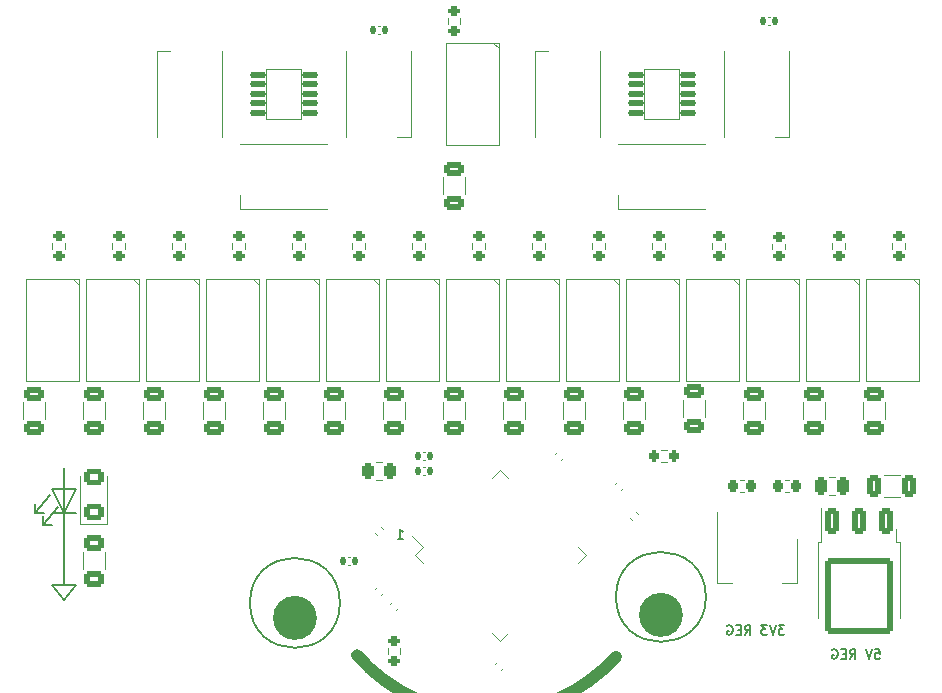
<source format=gbr>
%TF.GenerationSoftware,KiCad,Pcbnew,7.0.9*%
%TF.CreationDate,2024-05-14T12:43:38+09:00*%
%TF.ProjectId,04-line,30342d6c-696e-4652-9e6b-696361645f70,rev?*%
%TF.SameCoordinates,Original*%
%TF.FileFunction,Legend,Bot*%
%TF.FilePolarity,Positive*%
%FSLAX46Y46*%
G04 Gerber Fmt 4.6, Leading zero omitted, Abs format (unit mm)*
G04 Created by KiCad (PCBNEW 7.0.9) date 2024-05-14 12:43:38*
%MOMM*%
%LPD*%
G01*
G04 APERTURE LIST*
G04 Aperture macros list*
%AMRoundRect*
0 Rectangle with rounded corners*
0 $1 Rounding radius*
0 $2 $3 $4 $5 $6 $7 $8 $9 X,Y pos of 4 corners*
0 Add a 4 corners polygon primitive as box body*
4,1,4,$2,$3,$4,$5,$6,$7,$8,$9,$2,$3,0*
0 Add four circle primitives for the rounded corners*
1,1,$1+$1,$2,$3*
1,1,$1+$1,$4,$5*
1,1,$1+$1,$6,$7*
1,1,$1+$1,$8,$9*
0 Add four rect primitives between the rounded corners*
20,1,$1+$1,$2,$3,$4,$5,0*
20,1,$1+$1,$4,$5,$6,$7,0*
20,1,$1+$1,$6,$7,$8,$9,0*
20,1,$1+$1,$8,$9,$2,$3,0*%
G04 Aperture macros list end*
%ADD10C,0.150000*%
%ADD11C,1.000000*%
%ADD12C,1.871051*%
%ADD13C,0.120000*%
%ADD14C,0.100000*%
%ADD15R,1.700000X1.700000*%
%ADD16O,1.700000X1.700000*%
%ADD17C,3.500000*%
%ADD18RoundRect,0.250000X-0.600000X-0.725000X0.600000X-0.725000X0.600000X0.725000X-0.600000X0.725000X0*%
%ADD19O,1.700000X1.950000*%
%ADD20RoundRect,0.140000X-0.140000X-0.170000X0.140000X-0.170000X0.140000X0.170000X-0.140000X0.170000X0*%
%ADD21R,0.900000X1.500000*%
%ADD22C,1.524000*%
%ADD23RoundRect,0.200000X-0.200000X-0.275000X0.200000X-0.275000X0.200000X0.275000X-0.200000X0.275000X0*%
%ADD24RoundRect,0.200000X0.275000X-0.200000X0.275000X0.200000X-0.275000X0.200000X-0.275000X-0.200000X0*%
%ADD25RoundRect,0.125000X0.575000X0.125000X-0.575000X0.125000X-0.575000X-0.125000X0.575000X-0.125000X0*%
%ADD26RoundRect,0.250001X0.624999X-0.462499X0.624999X0.462499X-0.624999X0.462499X-0.624999X-0.462499X0*%
%ADD27RoundRect,0.250000X0.325000X0.650000X-0.325000X0.650000X-0.325000X-0.650000X0.325000X-0.650000X0*%
%ADD28RoundRect,0.250000X0.625000X-0.312500X0.625000X0.312500X-0.625000X0.312500X-0.625000X-0.312500X0*%
%ADD29RoundRect,0.250000X0.625000X-0.400000X0.625000X0.400000X-0.625000X0.400000X-0.625000X-0.400000X0*%
%ADD30RoundRect,0.250000X-0.250000X-0.475000X0.250000X-0.475000X0.250000X0.475000X-0.250000X0.475000X0*%
%ADD31R,1.500000X0.900000*%
%ADD32RoundRect,0.250000X-0.262500X-0.450000X0.262500X-0.450000X0.262500X0.450000X-0.262500X0.450000X0*%
%ADD33R,0.600000X2.200000*%
%ADD34R,3.450000X2.150000*%
%ADD35RoundRect,0.140000X0.021213X-0.219203X0.219203X-0.021213X-0.021213X0.219203X-0.219203X0.021213X0*%
%ADD36RoundRect,0.140000X0.219203X0.021213X0.021213X0.219203X-0.219203X-0.021213X-0.021213X-0.219203X0*%
%ADD37RoundRect,0.140000X-0.021213X0.219203X-0.219203X0.021213X0.021213X-0.219203X0.219203X-0.021213X0*%
%ADD38RoundRect,0.075000X-0.548008X0.441942X0.441942X-0.548008X0.548008X-0.441942X-0.441942X0.548008X0*%
%ADD39RoundRect,0.075000X-0.548008X-0.441942X-0.441942X-0.548008X0.548008X0.441942X0.441942X0.548008X0*%
%ADD40RoundRect,0.225000X0.225000X0.250000X-0.225000X0.250000X-0.225000X-0.250000X0.225000X-0.250000X0*%
%ADD41RoundRect,0.250000X-0.350000X0.850000X-0.350000X-0.850000X0.350000X-0.850000X0.350000X0.850000X0*%
%ADD42RoundRect,0.249997X-2.650003X2.950003X-2.650003X-2.950003X2.650003X-2.950003X2.650003X2.950003X0*%
%ADD43RoundRect,0.140000X0.140000X0.170000X-0.140000X0.170000X-0.140000X-0.170000X0.140000X-0.170000X0*%
%ADD44RoundRect,0.140000X-0.219203X-0.021213X-0.021213X-0.219203X0.219203X0.021213X0.021213X0.219203X0*%
%ADD45RoundRect,0.225000X-0.225000X-0.250000X0.225000X-0.250000X0.225000X0.250000X-0.225000X0.250000X0*%
%ADD46RoundRect,0.200000X-0.275000X0.200000X-0.275000X-0.200000X0.275000X-0.200000X0.275000X0.200000X0*%
G04 APERTURE END LIST*
D10*
X50800000Y-131572000D02*
X49784000Y-131572000D01*
X74168000Y-133096000D02*
G75*
G03*
X74168000Y-133096000I-3810000J0D01*
G01*
X48387000Y-124714000D02*
X48387000Y-125476000D01*
X50800000Y-125476000D02*
X49784000Y-123444000D01*
X51816000Y-123444000D02*
X50800000Y-125476000D01*
X49784000Y-123444000D02*
X51816000Y-123444000D01*
X49784000Y-131572000D02*
X50800000Y-132842000D01*
X49657000Y-123952000D02*
X48387000Y-125476000D01*
X49149000Y-125476000D02*
X48387000Y-125476000D01*
D11*
X75613136Y-137529617D02*
G75*
G03*
X97536000Y-137668000I11023264J9726417D01*
G01*
D10*
X51816000Y-131572000D02*
X50800000Y-131572000D01*
X49784000Y-126492000D02*
X49022000Y-126492000D01*
X49022000Y-125730000D02*
X49022000Y-126492000D01*
D12*
X71293525Y-134366000D02*
G75*
G03*
X71293525Y-134366000I-935525J0D01*
G01*
D10*
X50800000Y-121666000D02*
X50800000Y-131572000D01*
X105156000Y-132588000D02*
G75*
G03*
X105156000Y-132588000I-3810000J0D01*
G01*
X50800000Y-132842000D02*
X51816000Y-131572000D01*
X51816000Y-125476000D02*
X50038000Y-125476000D01*
X50292000Y-124968000D02*
X49022000Y-126492000D01*
D12*
X102281525Y-134112000D02*
G75*
G03*
X102281525Y-134112000I-935525J0D01*
G01*
D10*
X119471887Y-137016295D02*
X119852839Y-137016295D01*
X119852839Y-137016295D02*
X119890935Y-137397247D01*
X119890935Y-137397247D02*
X119852839Y-137359152D01*
X119852839Y-137359152D02*
X119776649Y-137321057D01*
X119776649Y-137321057D02*
X119586173Y-137321057D01*
X119586173Y-137321057D02*
X119509982Y-137359152D01*
X119509982Y-137359152D02*
X119471887Y-137397247D01*
X119471887Y-137397247D02*
X119433792Y-137473438D01*
X119433792Y-137473438D02*
X119433792Y-137663914D01*
X119433792Y-137663914D02*
X119471887Y-137740104D01*
X119471887Y-137740104D02*
X119509982Y-137778200D01*
X119509982Y-137778200D02*
X119586173Y-137816295D01*
X119586173Y-137816295D02*
X119776649Y-137816295D01*
X119776649Y-137816295D02*
X119852839Y-137778200D01*
X119852839Y-137778200D02*
X119890935Y-137740104D01*
X119205220Y-137016295D02*
X118938553Y-137816295D01*
X118938553Y-137816295D02*
X118671887Y-137016295D01*
X117338553Y-137816295D02*
X117605220Y-137435342D01*
X117795696Y-137816295D02*
X117795696Y-137016295D01*
X117795696Y-137016295D02*
X117490934Y-137016295D01*
X117490934Y-137016295D02*
X117414744Y-137054390D01*
X117414744Y-137054390D02*
X117376649Y-137092485D01*
X117376649Y-137092485D02*
X117338553Y-137168676D01*
X117338553Y-137168676D02*
X117338553Y-137282961D01*
X117338553Y-137282961D02*
X117376649Y-137359152D01*
X117376649Y-137359152D02*
X117414744Y-137397247D01*
X117414744Y-137397247D02*
X117490934Y-137435342D01*
X117490934Y-137435342D02*
X117795696Y-137435342D01*
X116995696Y-137397247D02*
X116729030Y-137397247D01*
X116614744Y-137816295D02*
X116995696Y-137816295D01*
X116995696Y-137816295D02*
X116995696Y-137016295D01*
X116995696Y-137016295D02*
X116614744Y-137016295D01*
X115852839Y-137054390D02*
X115929029Y-137016295D01*
X115929029Y-137016295D02*
X116043315Y-137016295D01*
X116043315Y-137016295D02*
X116157601Y-137054390D01*
X116157601Y-137054390D02*
X116233791Y-137130580D01*
X116233791Y-137130580D02*
X116271886Y-137206771D01*
X116271886Y-137206771D02*
X116309982Y-137359152D01*
X116309982Y-137359152D02*
X116309982Y-137473438D01*
X116309982Y-137473438D02*
X116271886Y-137625819D01*
X116271886Y-137625819D02*
X116233791Y-137702009D01*
X116233791Y-137702009D02*
X116157601Y-137778200D01*
X116157601Y-137778200D02*
X116043315Y-137816295D01*
X116043315Y-137816295D02*
X115967124Y-137816295D01*
X115967124Y-137816295D02*
X115852839Y-137778200D01*
X115852839Y-137778200D02*
X115814743Y-137740104D01*
X115814743Y-137740104D02*
X115814743Y-137473438D01*
X115814743Y-137473438D02*
X115967124Y-137473438D01*
X79047792Y-127656295D02*
X79504935Y-127656295D01*
X79276363Y-127656295D02*
X79276363Y-126856295D01*
X79276363Y-126856295D02*
X79352554Y-126970580D01*
X79352554Y-126970580D02*
X79428744Y-127046771D01*
X79428744Y-127046771D02*
X79504935Y-127084866D01*
X111801030Y-134984295D02*
X111305792Y-134984295D01*
X111305792Y-134984295D02*
X111572458Y-135289057D01*
X111572458Y-135289057D02*
X111458173Y-135289057D01*
X111458173Y-135289057D02*
X111381982Y-135327152D01*
X111381982Y-135327152D02*
X111343887Y-135365247D01*
X111343887Y-135365247D02*
X111305792Y-135441438D01*
X111305792Y-135441438D02*
X111305792Y-135631914D01*
X111305792Y-135631914D02*
X111343887Y-135708104D01*
X111343887Y-135708104D02*
X111381982Y-135746200D01*
X111381982Y-135746200D02*
X111458173Y-135784295D01*
X111458173Y-135784295D02*
X111686744Y-135784295D01*
X111686744Y-135784295D02*
X111762935Y-135746200D01*
X111762935Y-135746200D02*
X111801030Y-135708104D01*
X111077220Y-134984295D02*
X110810553Y-135784295D01*
X110810553Y-135784295D02*
X110543887Y-134984295D01*
X110353411Y-134984295D02*
X109858173Y-134984295D01*
X109858173Y-134984295D02*
X110124839Y-135289057D01*
X110124839Y-135289057D02*
X110010554Y-135289057D01*
X110010554Y-135289057D02*
X109934363Y-135327152D01*
X109934363Y-135327152D02*
X109896268Y-135365247D01*
X109896268Y-135365247D02*
X109858173Y-135441438D01*
X109858173Y-135441438D02*
X109858173Y-135631914D01*
X109858173Y-135631914D02*
X109896268Y-135708104D01*
X109896268Y-135708104D02*
X109934363Y-135746200D01*
X109934363Y-135746200D02*
X110010554Y-135784295D01*
X110010554Y-135784295D02*
X110239125Y-135784295D01*
X110239125Y-135784295D02*
X110315316Y-135746200D01*
X110315316Y-135746200D02*
X110353411Y-135708104D01*
X108448648Y-135784295D02*
X108715315Y-135403342D01*
X108905791Y-135784295D02*
X108905791Y-134984295D01*
X108905791Y-134984295D02*
X108601029Y-134984295D01*
X108601029Y-134984295D02*
X108524839Y-135022390D01*
X108524839Y-135022390D02*
X108486744Y-135060485D01*
X108486744Y-135060485D02*
X108448648Y-135136676D01*
X108448648Y-135136676D02*
X108448648Y-135250961D01*
X108448648Y-135250961D02*
X108486744Y-135327152D01*
X108486744Y-135327152D02*
X108524839Y-135365247D01*
X108524839Y-135365247D02*
X108601029Y-135403342D01*
X108601029Y-135403342D02*
X108905791Y-135403342D01*
X108105791Y-135365247D02*
X107839125Y-135365247D01*
X107724839Y-135784295D02*
X108105791Y-135784295D01*
X108105791Y-135784295D02*
X108105791Y-134984295D01*
X108105791Y-134984295D02*
X107724839Y-134984295D01*
X106962934Y-135022390D02*
X107039124Y-134984295D01*
X107039124Y-134984295D02*
X107153410Y-134984295D01*
X107153410Y-134984295D02*
X107267696Y-135022390D01*
X107267696Y-135022390D02*
X107343886Y-135098580D01*
X107343886Y-135098580D02*
X107381981Y-135174771D01*
X107381981Y-135174771D02*
X107420077Y-135327152D01*
X107420077Y-135327152D02*
X107420077Y-135441438D01*
X107420077Y-135441438D02*
X107381981Y-135593819D01*
X107381981Y-135593819D02*
X107343886Y-135670009D01*
X107343886Y-135670009D02*
X107267696Y-135746200D01*
X107267696Y-135746200D02*
X107153410Y-135784295D01*
X107153410Y-135784295D02*
X107077219Y-135784295D01*
X107077219Y-135784295D02*
X106962934Y-135746200D01*
X106962934Y-135746200D02*
X106924838Y-135708104D01*
X106924838Y-135708104D02*
X106924838Y-135441438D01*
X106924838Y-135441438D02*
X107077219Y-135441438D01*
D13*
%TO.C,C15*%
X81172164Y-121560000D02*
X81387836Y-121560000D01*
X81172164Y-122280000D02*
X81387836Y-122280000D01*
%TO.C,D6*%
X80150500Y-86350000D02*
X80150500Y-93650000D01*
X74650500Y-86350000D02*
X74650500Y-93650000D01*
X80150500Y-93650000D02*
X79000500Y-93650000D01*
D14*
%TO.C,U2*%
X82570500Y-106150000D02*
X82070500Y-105650000D01*
X82570500Y-114350000D02*
X78070500Y-114350000D01*
X78070500Y-114350000D02*
X78070500Y-105650000D01*
X78070500Y-105650000D02*
X82570500Y-105650000D01*
X82570500Y-105650000D02*
X82570500Y-114350000D01*
D13*
%TO.C,R26*%
X101362742Y-120127500D02*
X101837258Y-120127500D01*
X101362742Y-121172500D02*
X101837258Y-121172500D01*
D14*
%TO.C,U15*%
X107970500Y-106150000D02*
X107470500Y-105650000D01*
X107970500Y-114350000D02*
X103470500Y-114350000D01*
X103470500Y-114350000D02*
X103470500Y-105650000D01*
X103470500Y-105650000D02*
X107970500Y-105650000D01*
X107970500Y-105650000D02*
X107970500Y-114350000D01*
D13*
%TO.C,C16*%
X81172164Y-120290000D02*
X81387836Y-120290000D01*
X81172164Y-121010000D02*
X81387836Y-121010000D01*
D14*
%TO.C,U14*%
X102890500Y-106150000D02*
X102390500Y-105650000D01*
X102890500Y-114350000D02*
X98390500Y-114350000D01*
X98390500Y-114350000D02*
X98390500Y-105650000D01*
X98390500Y-105650000D02*
X102890500Y-105650000D01*
X102890500Y-105650000D02*
X102890500Y-114350000D01*
D13*
%TO.C,R9*%
X83297500Y-84057258D02*
X83297500Y-83582742D01*
X84342500Y-84057258D02*
X84342500Y-83582742D01*
D14*
%TO.C,U25*%
X70900500Y-87900000D02*
X67900500Y-87900000D01*
X67900500Y-87900000D02*
X67900500Y-92100000D01*
X67900500Y-92100000D02*
X70900500Y-92100000D01*
X70900500Y-92100000D02*
X70900500Y-87900000D01*
%TO.C,U7*%
X57170500Y-106150000D02*
X56670500Y-105650000D01*
X57170500Y-114350000D02*
X52670500Y-114350000D01*
X52670500Y-114350000D02*
X52670500Y-105650000D01*
X52670500Y-105650000D02*
X57170500Y-105650000D01*
X57170500Y-105650000D02*
X57170500Y-114350000D01*
D13*
%TO.C,D3*%
X52205000Y-126412000D02*
X52205000Y-122352000D01*
X54475000Y-126412000D02*
X52205000Y-126412000D01*
X54475000Y-122352000D02*
X54475000Y-126412000D01*
%TO.C,C10*%
X121616252Y-124100000D02*
X120193748Y-124100000D01*
X121616252Y-122280000D02*
X120193748Y-122280000D01*
%TO.C,R14*%
X57510000Y-117567064D02*
X57510000Y-116112936D01*
X59330000Y-117567064D02*
X59330000Y-116112936D01*
%TO.C,C6*%
X110382164Y-83460000D02*
X110597836Y-83460000D01*
X110382164Y-84180000D02*
X110597836Y-84180000D01*
%TO.C,R30*%
X98150000Y-117567064D02*
X98150000Y-116112936D01*
X99970000Y-117567064D02*
X99970000Y-116112936D01*
%TO.C,R25*%
X120952500Y-103107258D02*
X120952500Y-102632742D01*
X121997500Y-103107258D02*
X121997500Y-102632742D01*
D14*
%TO.C,U4*%
X72410500Y-106150000D02*
X71910500Y-105650000D01*
X72410500Y-114350000D02*
X67910500Y-114350000D01*
X67910500Y-114350000D02*
X67910500Y-105650000D01*
X67910500Y-105650000D02*
X72410500Y-105650000D01*
X72410500Y-105650000D02*
X72410500Y-114350000D01*
D13*
%TO.C,R4*%
X65072500Y-103107258D02*
X65072500Y-102632742D01*
X66117500Y-103107258D02*
X66117500Y-102632742D01*
%TO.C,R10*%
X77830000Y-117567064D02*
X77830000Y-116112936D01*
X79650000Y-117567064D02*
X79650000Y-116112936D01*
%TO.C,R34*%
X118470000Y-117567064D02*
X118470000Y-116112936D01*
X120290000Y-117567064D02*
X120290000Y-116112936D01*
%TO.C,R24*%
X115872500Y-103107258D02*
X115872500Y-102632742D01*
X116917500Y-103107258D02*
X116917500Y-102632742D01*
%TO.C,R27*%
X52430000Y-130267064D02*
X52430000Y-128812936D01*
X54250000Y-130267064D02*
X54250000Y-128812936D01*
%TO.C,R12*%
X67670000Y-117567064D02*
X67670000Y-116112936D01*
X69490000Y-117567064D02*
X69490000Y-116112936D01*
%TO.C,R7*%
X49832500Y-103107258D02*
X49832500Y-102632742D01*
X50877500Y-103107258D02*
X50877500Y-102632742D01*
%TO.C,R21*%
X100632500Y-103107258D02*
X100632500Y-102632742D01*
X101677500Y-103107258D02*
X101677500Y-102632742D01*
%TO.C,R33*%
X113390000Y-117567064D02*
X113390000Y-116112936D01*
X115210000Y-117567064D02*
X115210000Y-116112936D01*
%TO.C,R17*%
X82910000Y-117567064D02*
X82910000Y-116112936D01*
X84730000Y-117567064D02*
X84730000Y-116112936D01*
%TO.C,R23*%
X110792500Y-103167258D02*
X110792500Y-102692742D01*
X111837500Y-103167258D02*
X111837500Y-102692742D01*
%TO.C,R11*%
X72750000Y-117567064D02*
X72750000Y-116112936D01*
X74570000Y-117567064D02*
X74570000Y-116112936D01*
%TO.C,R18*%
X82910000Y-98517064D02*
X82910000Y-97062936D01*
X84730000Y-98517064D02*
X84730000Y-97062936D01*
%TO.C,R16*%
X47350000Y-117567064D02*
X47350000Y-116112936D01*
X49170000Y-117567064D02*
X49170000Y-116112936D01*
%TO.C,R32*%
X108310000Y-117567064D02*
X108310000Y-116112936D01*
X110130000Y-117567064D02*
X110130000Y-116112936D01*
%TO.C,R3*%
X70152500Y-103107258D02*
X70152500Y-102632742D01*
X71197500Y-103107258D02*
X71197500Y-102632742D01*
%TO.C,C9*%
X115563748Y-122455000D02*
X116086252Y-122455000D01*
X115563748Y-123925000D02*
X116086252Y-123925000D01*
D14*
%TO.C,U5*%
X67330500Y-106150000D02*
X66830500Y-105650000D01*
X67330500Y-114350000D02*
X62830500Y-114350000D01*
X62830500Y-114350000D02*
X62830500Y-105650000D01*
X62830500Y-105650000D02*
X67330500Y-105650000D01*
X67330500Y-105650000D02*
X67330500Y-114350000D01*
D13*
%TO.C,D5*%
X73050500Y-99750000D02*
X65750500Y-99750000D01*
X73050500Y-94250000D02*
X65750500Y-94250000D01*
X65750500Y-99750000D02*
X65750500Y-98600000D01*
%TO.C,FB1*%
X77242936Y-121185000D02*
X77697064Y-121185000D01*
X77242936Y-122655000D02*
X77697064Y-122655000D01*
%TO.C,D8*%
X58650500Y-93650000D02*
X58650500Y-86350000D01*
X64150500Y-93650000D02*
X64150500Y-86350000D01*
X58650500Y-86350000D02*
X59800500Y-86350000D01*
%TO.C,U27*%
X106065000Y-125402500D02*
X106065000Y-131412500D01*
X112885000Y-127652500D02*
X112885000Y-131412500D01*
X112885000Y-131412500D02*
X111625000Y-131412500D01*
X106065000Y-131412500D02*
X107325000Y-131412500D01*
%TO.C,C4*%
X77139190Y-131901693D02*
X77291693Y-131749190D01*
X77648307Y-132410810D02*
X77800810Y-132258307D01*
%TO.C,C5*%
X77291693Y-127330810D02*
X77139190Y-127178307D01*
X77800810Y-126821693D02*
X77648307Y-126669190D01*
%TO.C,C12*%
X93040810Y-120828307D02*
X92888307Y-120980810D01*
X92531693Y-120319190D02*
X92379190Y-120471693D01*
%TO.C,R31*%
X103230000Y-117374564D02*
X103230000Y-115920436D01*
X105050000Y-117374564D02*
X105050000Y-115920436D01*
%TO.C,R28*%
X87990000Y-117567064D02*
X87990000Y-116112936D01*
X89810000Y-117567064D02*
X89810000Y-116112936D01*
D14*
%TO.C,U16*%
X113050500Y-106150000D02*
X112550500Y-105650000D01*
X113050500Y-114350000D02*
X108550500Y-114350000D01*
X108550500Y-114350000D02*
X108550500Y-105650000D01*
X108550500Y-105650000D02*
X113050500Y-105650000D01*
X113050500Y-105650000D02*
X113050500Y-114350000D01*
D13*
%TO.C,R22*%
X105712500Y-103107258D02*
X105712500Y-102632742D01*
X106757500Y-103107258D02*
X106757500Y-102632742D01*
%TO.C,U24*%
X87748159Y-121841656D02*
X87076408Y-122513407D01*
X81193279Y-128396536D02*
X80245756Y-127449012D01*
X80521528Y-129068287D02*
X81193279Y-128396536D01*
X88419910Y-122513407D02*
X87748159Y-121841656D01*
X81193279Y-129740038D02*
X80521528Y-129068287D01*
X94303039Y-128396536D02*
X94974790Y-129068287D01*
X87076408Y-135623167D02*
X87748159Y-136294918D01*
X94974790Y-129068287D02*
X94303039Y-129740038D01*
X87748159Y-136294918D02*
X88419910Y-135623167D01*
%TO.C,C8*%
X112155580Y-123700000D02*
X111874420Y-123700000D01*
X112155580Y-122680000D02*
X111874420Y-122680000D01*
D14*
%TO.C,U17*%
X118130500Y-106150000D02*
X117630500Y-105650000D01*
X118130500Y-114350000D02*
X113630500Y-114350000D01*
X113630500Y-114350000D02*
X113630500Y-105650000D01*
X113630500Y-105650000D02*
X118130500Y-105650000D01*
X118130500Y-105650000D02*
X118130500Y-114350000D01*
D13*
%TO.C,D4*%
X90650500Y-93650000D02*
X90650500Y-86350000D01*
X96150500Y-93650000D02*
X96150500Y-86350000D01*
X90650500Y-86350000D02*
X91800500Y-86350000D01*
%TO.C,C14*%
X79070810Y-133528307D02*
X78918307Y-133680810D01*
X78561693Y-133019190D02*
X78409190Y-133171693D01*
D14*
%TO.C,U8*%
X52090500Y-106150000D02*
X51590500Y-105650000D01*
X52090500Y-114350000D02*
X47590500Y-114350000D01*
X47590500Y-114350000D02*
X47590500Y-105650000D01*
X47590500Y-105650000D02*
X52090500Y-105650000D01*
X52090500Y-105650000D02*
X52090500Y-114350000D01*
D13*
%TO.C,R8*%
X85392500Y-103107258D02*
X85392500Y-102632742D01*
X86437500Y-103107258D02*
X86437500Y-102632742D01*
%TO.C,C2*%
X97459190Y-123011693D02*
X97611693Y-122859190D01*
X97968307Y-123520810D02*
X98120810Y-123368307D01*
%TO.C,R29*%
X93070000Y-117567064D02*
X93070000Y-116112936D01*
X94890000Y-117567064D02*
X94890000Y-116112936D01*
%TO.C,R20*%
X95552500Y-103107258D02*
X95552500Y-102632742D01*
X96597500Y-103107258D02*
X96597500Y-102632742D01*
D14*
%TO.C,U12*%
X92730500Y-106150000D02*
X92230500Y-105650000D01*
X92730500Y-114350000D02*
X88230500Y-114350000D01*
X88230500Y-114350000D02*
X88230500Y-105650000D01*
X88230500Y-105650000D02*
X92730500Y-105650000D01*
X92730500Y-105650000D02*
X92730500Y-114350000D01*
D13*
%TO.C,C3*%
X77362164Y-84222000D02*
X77577836Y-84222000D01*
X77362164Y-84942000D02*
X77577836Y-84942000D01*
%TO.C,R5*%
X59992500Y-103107258D02*
X59992500Y-102632742D01*
X61037500Y-103107258D02*
X61037500Y-102632742D01*
%TO.C,U28*%
X121560000Y-127915000D02*
X121290000Y-127915000D01*
X121290000Y-127915000D02*
X121290000Y-126815000D01*
X114930000Y-127915000D02*
X114930000Y-125085000D01*
X114660000Y-127915000D02*
X114930000Y-127915000D01*
X121560000Y-134335000D02*
X121560000Y-127915000D01*
X114660000Y-134335000D02*
X114660000Y-127915000D01*
%TO.C,C1*%
X75037836Y-129900000D02*
X74822164Y-129900000D01*
X75037836Y-129180000D02*
X74822164Y-129180000D01*
%TO.C,R19*%
X90472500Y-103107258D02*
X90472500Y-102632742D01*
X91517500Y-103107258D02*
X91517500Y-102632742D01*
%TO.C,C13*%
X87299190Y-138251693D02*
X87451693Y-138099190D01*
X87808307Y-138760810D02*
X87960810Y-138608307D01*
%TO.C,R1*%
X80312500Y-103107258D02*
X80312500Y-102632742D01*
X81357500Y-103107258D02*
X81357500Y-102632742D01*
%TO.C,R13*%
X62590000Y-117567064D02*
X62590000Y-116112936D01*
X64410000Y-117567064D02*
X64410000Y-116112936D01*
D14*
%TO.C,U3*%
X77490500Y-106150000D02*
X76990500Y-105650000D01*
X77490500Y-114350000D02*
X72990500Y-114350000D01*
X72990500Y-114350000D02*
X72990500Y-105650000D01*
X72990500Y-105650000D02*
X77490500Y-105650000D01*
X77490500Y-105650000D02*
X77490500Y-114350000D01*
%TO.C,U26*%
X102900500Y-87900000D02*
X99900500Y-87900000D01*
X99900500Y-87900000D02*
X99900500Y-92100000D01*
X99900500Y-92100000D02*
X102900500Y-92100000D01*
X102900500Y-92100000D02*
X102900500Y-87900000D01*
%TO.C,U9*%
X87650500Y-106150000D02*
X87150500Y-105650000D01*
X87650500Y-114350000D02*
X83150500Y-114350000D01*
X83150500Y-114350000D02*
X83150500Y-105650000D01*
X83150500Y-105650000D02*
X87650500Y-105650000D01*
X87650500Y-105650000D02*
X87650500Y-114350000D01*
%TO.C,U18*%
X123210500Y-106150000D02*
X122710500Y-105650000D01*
X123210500Y-114350000D02*
X118710500Y-114350000D01*
X118710500Y-114350000D02*
X118710500Y-105650000D01*
X118710500Y-105650000D02*
X123210500Y-105650000D01*
X123210500Y-105650000D02*
X123210500Y-114350000D01*
D13*
%TO.C,D2*%
X112150500Y-86350000D02*
X112150500Y-93650000D01*
X106650500Y-86350000D02*
X106650500Y-93650000D01*
X112150500Y-93650000D02*
X111000500Y-93650000D01*
D14*
%TO.C,U6*%
X62250500Y-106150000D02*
X61750500Y-105650000D01*
X62250500Y-114350000D02*
X57750500Y-114350000D01*
X57750500Y-114350000D02*
X57750500Y-105650000D01*
X57750500Y-105650000D02*
X62250500Y-105650000D01*
X62250500Y-105650000D02*
X62250500Y-114350000D01*
D13*
%TO.C,C11*%
X99238307Y-125399190D02*
X99390810Y-125551693D01*
X98729190Y-125908307D02*
X98881693Y-126060810D01*
D14*
%TO.C,U10*%
X87650500Y-86150000D02*
X87150500Y-85650000D01*
X87650500Y-94350000D02*
X83150500Y-94350000D01*
X83150500Y-94350000D02*
X83150500Y-85650000D01*
X83150500Y-85650000D02*
X87650500Y-85650000D01*
X87650500Y-85650000D02*
X87650500Y-94350000D01*
D13*
%TO.C,C7*%
X108064420Y-122680000D02*
X108345580Y-122680000D01*
X108064420Y-123700000D02*
X108345580Y-123700000D01*
%TO.C,R37*%
X79262500Y-136922742D02*
X79262500Y-137397258D01*
X78217500Y-136922742D02*
X78217500Y-137397258D01*
%TO.C,R6*%
X54912500Y-103107258D02*
X54912500Y-102632742D01*
X55957500Y-103107258D02*
X55957500Y-102632742D01*
%TO.C,D1*%
X105050500Y-99750000D02*
X97750500Y-99750000D01*
X105050500Y-94250000D02*
X97750500Y-94250000D01*
X97750500Y-99750000D02*
X97750500Y-98600000D01*
%TO.C,R15*%
X52430000Y-117567064D02*
X52430000Y-116112936D01*
X54250000Y-117567064D02*
X54250000Y-116112936D01*
D14*
%TO.C,U13*%
X97810500Y-106150000D02*
X97310500Y-105650000D01*
X97810500Y-114350000D02*
X93310500Y-114350000D01*
X93310500Y-114350000D02*
X93310500Y-105650000D01*
X93310500Y-105650000D02*
X97810500Y-105650000D01*
X97810500Y-105650000D02*
X97810500Y-114350000D01*
D13*
%TO.C,R2*%
X75232500Y-103107258D02*
X75232500Y-102632742D01*
X76277500Y-103107258D02*
X76277500Y-102632742D01*
%TD*%
%LPC*%
D15*
%TO.C,J4*%
X75438000Y-151638000D03*
D16*
X75438000Y-149098000D03*
X77978000Y-151638000D03*
X77978000Y-149098000D03*
X80518000Y-151638000D03*
X80518000Y-149098000D03*
X83058000Y-151638000D03*
X83058000Y-149098000D03*
%TD*%
D17*
%TO.C,REF\u002A\u002A*%
X115400500Y-150000000D03*
%TD*%
%TO.C,REF\u002A\u002A*%
X55400500Y-150000000D03*
%TD*%
%TO.C,REF\u002A\u002A*%
X120400500Y-95000000D03*
%TD*%
D15*
%TO.C,J1*%
X65278000Y-154676000D03*
D16*
X65278000Y-152136000D03*
X65278000Y-149596000D03*
X65278000Y-147056000D03*
%TD*%
D17*
%TO.C,REF\u002A\u002A*%
X50400500Y-95000000D03*
%TD*%
D18*
%TO.C,J3*%
X90424000Y-149860000D03*
D19*
X92924000Y-149860000D03*
X95424000Y-149860000D03*
X97924000Y-149860000D03*
%TD*%
D20*
%TO.C,C15*%
X80800000Y-121920000D03*
X81760000Y-121920000D03*
%TD*%
D21*
%TO.C,D6*%
X75750500Y-87550000D03*
X79050500Y-87550000D03*
X79050500Y-92450000D03*
X75750500Y-92450000D03*
%TD*%
D22*
%TO.C,U2*%
X81590500Y-107950000D03*
X79050500Y-107950000D03*
X81590500Y-112050000D03*
X79050500Y-112050000D03*
%TD*%
D23*
%TO.C,R26*%
X100775000Y-120650000D03*
X102425000Y-120650000D03*
%TD*%
D22*
%TO.C,U15*%
X106990500Y-107950000D03*
X104450500Y-107950000D03*
X106990500Y-112050000D03*
X104450500Y-112050000D03*
%TD*%
D20*
%TO.C,C16*%
X80800000Y-120650000D03*
X81760000Y-120650000D03*
%TD*%
D22*
%TO.C,U14*%
X101910500Y-107950000D03*
X99370500Y-107950000D03*
X101910500Y-112050000D03*
X99370500Y-112050000D03*
%TD*%
D24*
%TO.C,R9*%
X83820000Y-84645000D03*
X83820000Y-82995000D03*
%TD*%
D25*
%TO.C,U25*%
X71600500Y-88400000D03*
X71600500Y-89200000D03*
X71600500Y-90000000D03*
X71600500Y-90800000D03*
X71600500Y-91600000D03*
X67200500Y-91600000D03*
X67200500Y-90800000D03*
X67200500Y-90000000D03*
X67200500Y-89200000D03*
X67200500Y-88400000D03*
%TD*%
D22*
%TO.C,U7*%
X56190500Y-107950000D03*
X53650500Y-107950000D03*
X56190500Y-112050000D03*
X53650500Y-112050000D03*
%TD*%
D26*
%TO.C,D3*%
X53340000Y-125439500D03*
X53340000Y-122464500D03*
%TD*%
D27*
%TO.C,C10*%
X122380000Y-123190000D03*
X119430000Y-123190000D03*
%TD*%
D28*
%TO.C,R14*%
X58420000Y-118302500D03*
X58420000Y-115377500D03*
%TD*%
D20*
%TO.C,C6*%
X110010000Y-83820000D03*
X110970000Y-83820000D03*
%TD*%
D28*
%TO.C,R30*%
X99060000Y-118302500D03*
X99060000Y-115377500D03*
%TD*%
D24*
%TO.C,R25*%
X121475000Y-103695000D03*
X121475000Y-102045000D03*
%TD*%
D22*
%TO.C,U4*%
X71430500Y-107950000D03*
X68890500Y-107950000D03*
X71430500Y-112050000D03*
X68890500Y-112050000D03*
%TD*%
D24*
%TO.C,R4*%
X65595000Y-103695000D03*
X65595000Y-102045000D03*
%TD*%
D28*
%TO.C,R10*%
X78740000Y-118302500D03*
X78740000Y-115377500D03*
%TD*%
%TO.C,R34*%
X119380000Y-118302500D03*
X119380000Y-115377500D03*
%TD*%
D24*
%TO.C,R24*%
X116395000Y-103695000D03*
X116395000Y-102045000D03*
%TD*%
D29*
%TO.C,R27*%
X53340000Y-131090000D03*
X53340000Y-127990000D03*
%TD*%
D28*
%TO.C,R12*%
X68580000Y-118302500D03*
X68580000Y-115377500D03*
%TD*%
D24*
%TO.C,R7*%
X50355000Y-103695000D03*
X50355000Y-102045000D03*
%TD*%
%TO.C,R21*%
X101155000Y-103695000D03*
X101155000Y-102045000D03*
%TD*%
D28*
%TO.C,R33*%
X114300000Y-118302500D03*
X114300000Y-115377500D03*
%TD*%
%TO.C,R17*%
X83820000Y-118302500D03*
X83820000Y-115377500D03*
%TD*%
D24*
%TO.C,R23*%
X111315000Y-103755000D03*
X111315000Y-102105000D03*
%TD*%
D28*
%TO.C,R11*%
X73660000Y-118302500D03*
X73660000Y-115377500D03*
%TD*%
%TO.C,R18*%
X83820000Y-99252500D03*
X83820000Y-96327500D03*
%TD*%
%TO.C,R16*%
X48260000Y-118302500D03*
X48260000Y-115377500D03*
%TD*%
%TO.C,R32*%
X109220000Y-118302500D03*
X109220000Y-115377500D03*
%TD*%
D24*
%TO.C,R3*%
X70675000Y-103695000D03*
X70675000Y-102045000D03*
%TD*%
D30*
%TO.C,C9*%
X114875000Y-123190000D03*
X116775000Y-123190000D03*
%TD*%
D22*
%TO.C,U5*%
X66350500Y-107950000D03*
X63810500Y-107950000D03*
X66350500Y-112050000D03*
X63810500Y-112050000D03*
%TD*%
D31*
%TO.C,D5*%
X71850500Y-95350000D03*
X71850500Y-98650000D03*
X66950500Y-98650000D03*
X66950500Y-95350000D03*
%TD*%
D32*
%TO.C,FB1*%
X76557500Y-121920000D03*
X78382500Y-121920000D03*
%TD*%
D21*
%TO.C,D8*%
X63050500Y-92450000D03*
X59750500Y-92450000D03*
X59750500Y-87550000D03*
X63050500Y-87550000D03*
%TD*%
D33*
%TO.C,U27*%
X106935000Y-126402500D03*
X108205000Y-126402500D03*
X109475000Y-126402500D03*
X110745000Y-126402500D03*
X112015000Y-126402500D03*
D34*
X109475000Y-132702500D03*
%TD*%
D35*
%TO.C,C4*%
X77130589Y-132419411D03*
X77809411Y-131740589D03*
%TD*%
D36*
%TO.C,C5*%
X77809411Y-127339411D03*
X77130589Y-126660589D03*
%TD*%
D37*
%TO.C,C12*%
X93049411Y-120310589D03*
X92370589Y-120989411D03*
%TD*%
D28*
%TO.C,R31*%
X104140000Y-118110000D03*
X104140000Y-115185000D03*
%TD*%
%TO.C,R28*%
X88900000Y-118302500D03*
X88900000Y-115377500D03*
%TD*%
D22*
%TO.C,U16*%
X112070500Y-107950000D03*
X109530500Y-107950000D03*
X112070500Y-112050000D03*
X109530500Y-112050000D03*
%TD*%
D24*
%TO.C,R22*%
X106235000Y-103695000D03*
X106235000Y-102045000D03*
%TD*%
D38*
%TO.C,U24*%
X81083678Y-127707106D03*
X81437231Y-127353553D03*
X81790784Y-127000000D03*
X82144338Y-126646446D03*
X82497891Y-126292893D03*
X82851445Y-125939339D03*
X83204998Y-125585786D03*
X83558551Y-125232233D03*
X83912105Y-124878679D03*
X84265658Y-124525126D03*
X84619211Y-124171573D03*
X84972765Y-123818019D03*
X85326318Y-123464466D03*
X85679872Y-123110912D03*
X86033425Y-122757359D03*
X86386978Y-122403806D03*
D39*
X89109340Y-122403806D03*
X89462893Y-122757359D03*
X89816446Y-123110912D03*
X90170000Y-123464466D03*
X90523553Y-123818019D03*
X90877107Y-124171573D03*
X91230660Y-124525126D03*
X91584213Y-124878679D03*
X91937767Y-125232233D03*
X92291320Y-125585786D03*
X92644873Y-125939339D03*
X92998427Y-126292893D03*
X93351980Y-126646446D03*
X93705534Y-127000000D03*
X94059087Y-127353553D03*
X94412640Y-127707106D03*
D38*
X94412640Y-130429468D03*
X94059087Y-130783021D03*
X93705534Y-131136574D03*
X93351980Y-131490128D03*
X92998427Y-131843681D03*
X92644873Y-132197235D03*
X92291320Y-132550788D03*
X91937767Y-132904341D03*
X91584213Y-133257895D03*
X91230660Y-133611448D03*
X90877107Y-133965001D03*
X90523553Y-134318555D03*
X90170000Y-134672108D03*
X89816446Y-135025662D03*
X89462893Y-135379215D03*
X89109340Y-135732768D03*
D39*
X86386978Y-135732768D03*
X86033425Y-135379215D03*
X85679872Y-135025662D03*
X85326318Y-134672108D03*
X84972765Y-134318555D03*
X84619211Y-133965001D03*
X84265658Y-133611448D03*
X83912105Y-133257895D03*
X83558551Y-132904341D03*
X83204998Y-132550788D03*
X82851445Y-132197235D03*
X82497891Y-131843681D03*
X82144338Y-131490128D03*
X81790784Y-131136574D03*
X81437231Y-130783021D03*
X81083678Y-130429468D03*
%TD*%
D40*
%TO.C,C8*%
X112790000Y-123190000D03*
X111240000Y-123190000D03*
%TD*%
D22*
%TO.C,U17*%
X117150500Y-107950000D03*
X114610500Y-107950000D03*
X117150500Y-112050000D03*
X114610500Y-112050000D03*
%TD*%
D21*
%TO.C,D4*%
X95050500Y-92450000D03*
X91750500Y-92450000D03*
X91750500Y-87550000D03*
X95050500Y-87550000D03*
%TD*%
D37*
%TO.C,C14*%
X79079411Y-133010589D03*
X78400589Y-133689411D03*
%TD*%
D22*
%TO.C,U8*%
X51110500Y-107950000D03*
X48570500Y-107950000D03*
X51110500Y-112050000D03*
X48570500Y-112050000D03*
%TD*%
D24*
%TO.C,R8*%
X85915000Y-103695000D03*
X85915000Y-102045000D03*
%TD*%
D35*
%TO.C,C2*%
X97450589Y-123529411D03*
X98129411Y-122850589D03*
%TD*%
D28*
%TO.C,R29*%
X93980000Y-118302500D03*
X93980000Y-115377500D03*
%TD*%
D24*
%TO.C,R20*%
X96075000Y-103695000D03*
X96075000Y-102045000D03*
%TD*%
D22*
%TO.C,U12*%
X91750500Y-107950000D03*
X89210500Y-107950000D03*
X91750500Y-112050000D03*
X89210500Y-112050000D03*
%TD*%
D20*
%TO.C,C3*%
X76990000Y-84582000D03*
X77950000Y-84582000D03*
%TD*%
D24*
%TO.C,R5*%
X60515000Y-103695000D03*
X60515000Y-102045000D03*
%TD*%
D41*
%TO.C,U28*%
X115830000Y-126185000D03*
X118110000Y-126185000D03*
D42*
X118110000Y-132485000D03*
D41*
X120390000Y-126185000D03*
%TD*%
D43*
%TO.C,C1*%
X75410000Y-129540000D03*
X74450000Y-129540000D03*
%TD*%
D24*
%TO.C,R19*%
X90995000Y-103695000D03*
X90995000Y-102045000D03*
%TD*%
D35*
%TO.C,C13*%
X87290589Y-138769411D03*
X87969411Y-138090589D03*
%TD*%
D24*
%TO.C,R1*%
X80835000Y-103695000D03*
X80835000Y-102045000D03*
%TD*%
D28*
%TO.C,R13*%
X63500000Y-118302500D03*
X63500000Y-115377500D03*
%TD*%
D22*
%TO.C,U3*%
X76510500Y-107950000D03*
X73970500Y-107950000D03*
X76510500Y-112050000D03*
X73970500Y-112050000D03*
%TD*%
D25*
%TO.C,U26*%
X103600500Y-88400000D03*
X103600500Y-89200000D03*
X103600500Y-90000000D03*
X103600500Y-90800000D03*
X103600500Y-91600000D03*
X99200500Y-91600000D03*
X99200500Y-90800000D03*
X99200500Y-90000000D03*
X99200500Y-89200000D03*
X99200500Y-88400000D03*
%TD*%
D22*
%TO.C,U9*%
X86670500Y-107950000D03*
X84130500Y-107950000D03*
X86670500Y-112050000D03*
X84130500Y-112050000D03*
%TD*%
%TO.C,U18*%
X122230500Y-107950000D03*
X119690500Y-107950000D03*
X122230500Y-112050000D03*
X119690500Y-112050000D03*
%TD*%
D21*
%TO.C,D2*%
X107750500Y-87550000D03*
X111050500Y-87550000D03*
X111050500Y-92450000D03*
X107750500Y-92450000D03*
%TD*%
D22*
%TO.C,U6*%
X61270500Y-107950000D03*
X58730500Y-107950000D03*
X61270500Y-112050000D03*
X58730500Y-112050000D03*
%TD*%
D44*
%TO.C,C11*%
X98720589Y-125390589D03*
X99399411Y-126069411D03*
%TD*%
D22*
%TO.C,U10*%
X86670500Y-87950000D03*
X84130500Y-87950000D03*
X86670500Y-92050000D03*
X84130500Y-92050000D03*
%TD*%
D45*
%TO.C,C7*%
X107430000Y-123190000D03*
X108980000Y-123190000D03*
%TD*%
D46*
%TO.C,R37*%
X78740000Y-136335000D03*
X78740000Y-137985000D03*
%TD*%
D24*
%TO.C,R6*%
X55435000Y-103695000D03*
X55435000Y-102045000D03*
%TD*%
D31*
%TO.C,D1*%
X103850500Y-95350000D03*
X103850500Y-98650000D03*
X98950500Y-98650000D03*
X98950500Y-95350000D03*
%TD*%
D28*
%TO.C,R15*%
X53340000Y-118302500D03*
X53340000Y-115377500D03*
%TD*%
D22*
%TO.C,U13*%
X96830500Y-107950000D03*
X94290500Y-107950000D03*
X96830500Y-112050000D03*
X94290500Y-112050000D03*
%TD*%
D24*
%TO.C,R2*%
X75755000Y-103695000D03*
X75755000Y-102045000D03*
%TD*%
%LPD*%
M02*

</source>
